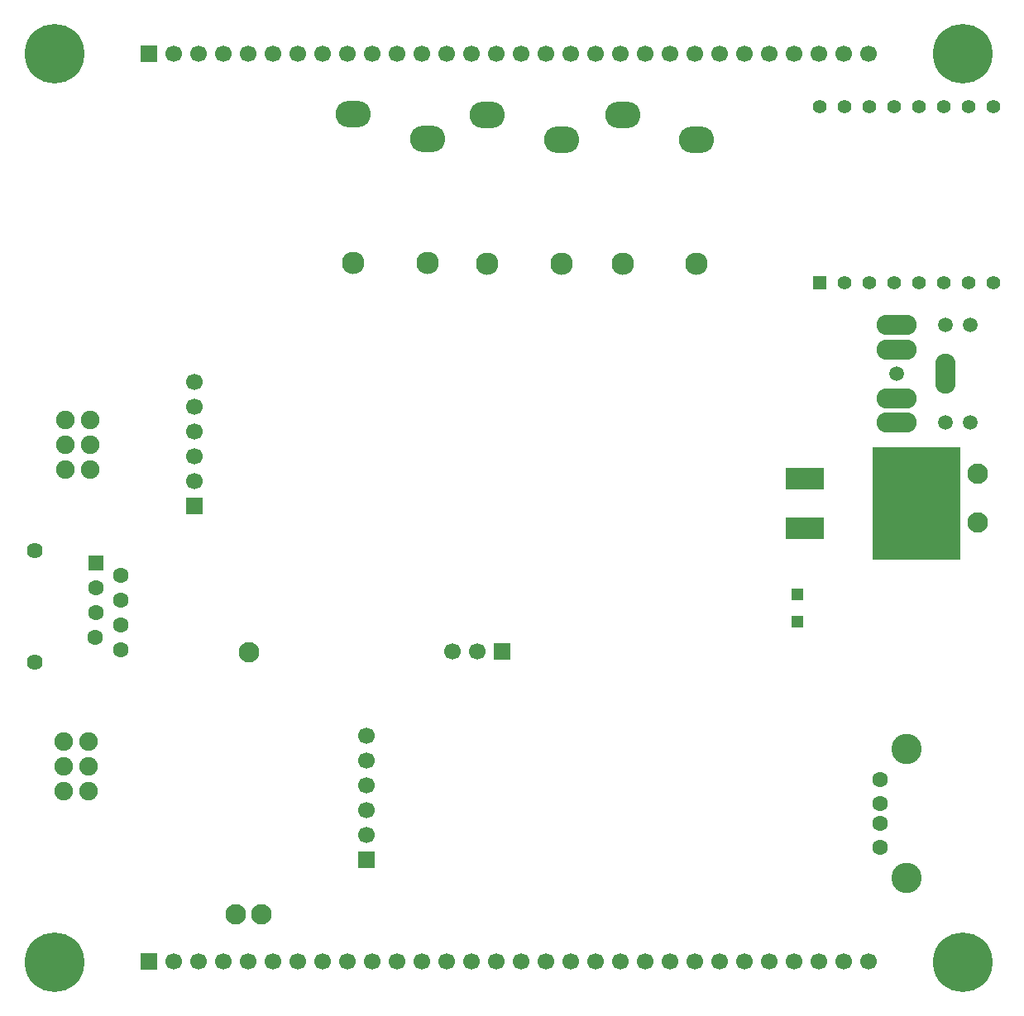
<source format=gbr>
%TF.GenerationSoftware,Altium Limited,Altium Designer,21.8.1 (53)*%
G04 Layer_Color=16711935*
%FSLAX45Y45*%
%MOMM*%
%TF.SameCoordinates,BA403207-4E74-424F-88DB-B819054AD5B4*%
%TF.FilePolarity,Negative*%
%TF.FileFunction,Soldermask,Bot*%
%TF.Part,Single*%
G01*
G75*
%TA.AperFunction,ComponentPad*%
%ADD54C,1.60000*%
%ADD55R,1.60000X1.60000*%
%ADD59C,1.50000*%
%TA.AperFunction,SMDPad,CuDef*%
%ADD81R,3.91000X2.18000*%
%ADD82R,8.99000X11.53000*%
%ADD83R,1.30000X1.30000*%
%TA.AperFunction,ViaPad*%
%ADD84C,6.10000*%
%TA.AperFunction,ComponentPad*%
%ADD85C,1.70000*%
%ADD86R,1.70000X1.70000*%
%ADD87C,2.10000*%
%ADD88R,1.70000X1.70000*%
%ADD89C,1.62400*%
%ADD90O,3.60000X2.70000*%
%ADD91C,2.30000*%
%ADD92C,3.10000*%
%ADD93C,1.90000*%
%ADD94R,1.40800X1.40800*%
%ADD95C,1.40800*%
%ADD96O,2.10000X4.10000*%
%ADD97O,4.10000X2.10000*%
D54*
X684000Y-5339000D02*
D03*
Y-6101000D02*
D03*
Y-5847000D02*
D03*
Y-5593000D02*
D03*
X420000Y-5974000D02*
D03*
X430000Y-5720000D02*
D03*
Y-5466000D02*
D03*
X8452540Y-7428042D02*
D03*
Y-7678042D02*
D03*
Y-7878042D02*
D03*
Y-8128042D02*
D03*
D55*
X430000Y-5212000D02*
D03*
D59*
X8623824Y-3275977D02*
D03*
X9123824Y-3775977D02*
D03*
Y-2775977D02*
D03*
X9373824D02*
D03*
Y-3775977D02*
D03*
D81*
X7684319Y-4348580D02*
D03*
Y-4856580D02*
D03*
D82*
X8827319Y-4602580D02*
D03*
D83*
X7609116Y-5537959D02*
D03*
Y-5817959D02*
D03*
D84*
X9300000Y-9300000D02*
D03*
Y0D02*
D03*
X0D02*
D03*
Y-9300000D02*
D03*
D85*
X4080000Y-6122000D02*
D03*
X4334000D02*
D03*
X3197580Y-8000386D02*
D03*
Y-7746386D02*
D03*
Y-7492386D02*
D03*
Y-7238386D02*
D03*
Y-6984386D02*
D03*
X2235500Y-9297500D02*
D03*
X8331500D02*
D03*
X8077500D02*
D03*
X7823500D02*
D03*
X7569500D02*
D03*
X7315500D02*
D03*
X7061500D02*
D03*
X6807500D02*
D03*
X6553500D02*
D03*
X6299500D02*
D03*
X6045500D02*
D03*
X5791500D02*
D03*
X5537500D02*
D03*
X5283500D02*
D03*
X5029500D02*
D03*
X4775500D02*
D03*
X4521500D02*
D03*
X4267500D02*
D03*
X4013500D02*
D03*
X3759500D02*
D03*
X3505500D02*
D03*
X3251500D02*
D03*
X2997500D02*
D03*
X2743500D02*
D03*
X2489500D02*
D03*
X1981500D02*
D03*
X1727500D02*
D03*
X1473500D02*
D03*
X1219500D02*
D03*
X2236500Y5000D02*
D03*
X8332500D02*
D03*
X8078500D02*
D03*
X7824500D02*
D03*
X7570500D02*
D03*
X7316500D02*
D03*
X7062500D02*
D03*
X6808500D02*
D03*
X6554500D02*
D03*
X6300500D02*
D03*
X6046500D02*
D03*
X5792500D02*
D03*
X5538500D02*
D03*
X5284500D02*
D03*
X5030500D02*
D03*
X4776500D02*
D03*
X4522500D02*
D03*
X4268500D02*
D03*
X4014500D02*
D03*
X3760500D02*
D03*
X3506500D02*
D03*
X3252500D02*
D03*
X2998500D02*
D03*
X2744500D02*
D03*
X2490500D02*
D03*
X1982500D02*
D03*
X1728500D02*
D03*
X1474500D02*
D03*
X1220500D02*
D03*
X1432772Y-4371255D02*
D03*
Y-4117255D02*
D03*
Y-3863255D02*
D03*
Y-3609255D02*
D03*
Y-3355255D02*
D03*
D86*
X4588000Y-6122000D02*
D03*
X965500Y-9297500D02*
D03*
X966500Y5000D02*
D03*
D87*
X1859160Y-8814302D02*
D03*
X2119160Y-8811802D02*
D03*
X1996660Y-6124302D02*
D03*
X9450000Y-4800000D02*
D03*
Y-4300000D02*
D03*
D88*
X3197580Y-8254386D02*
D03*
X1432772Y-4625255D02*
D03*
D89*
X-200000Y-6232000D02*
D03*
Y-5089000D02*
D03*
D90*
X6577500Y-875000D02*
D03*
X5817500Y-621000D02*
D03*
X5192500Y-875000D02*
D03*
X4432500Y-621000D02*
D03*
X3822500Y-870000D02*
D03*
X3062500Y-616000D02*
D03*
D91*
X6577500Y-2145000D02*
D03*
X5817500D02*
D03*
X5192500D02*
D03*
X4432500D02*
D03*
X3822500Y-2140000D02*
D03*
X3062500D02*
D03*
D92*
X8723540Y-7121042D02*
D03*
Y-8435042D02*
D03*
D93*
X364000Y-4260000D02*
D03*
X110000D02*
D03*
Y-4006000D02*
D03*
Y-3752000D02*
D03*
X364000D02*
D03*
Y-4006000D02*
D03*
X354000Y-7300000D02*
D03*
Y-7046000D02*
D03*
X100000D02*
D03*
Y-7300000D02*
D03*
Y-7554000D02*
D03*
X354000D02*
D03*
D94*
X7834020Y-2343474D02*
D03*
D95*
X8088020D02*
D03*
X8342020D02*
D03*
X8596020D02*
D03*
X8850020D02*
D03*
X9104020D02*
D03*
X9358020D02*
D03*
X9612020D02*
D03*
X7834020Y-540074D02*
D03*
X8088020D02*
D03*
X8342020D02*
D03*
X8596020D02*
D03*
X8850020D02*
D03*
X9104020D02*
D03*
X9358020D02*
D03*
X9612020D02*
D03*
D96*
X9123824Y-3275977D02*
D03*
D97*
X8623824Y-3775977D02*
D03*
Y-3525977D02*
D03*
Y-3025977D02*
D03*
Y-2775977D02*
D03*
%TF.MD5,29827a7111ac09dcd5b35af0491ff1f1*%
M02*

</source>
